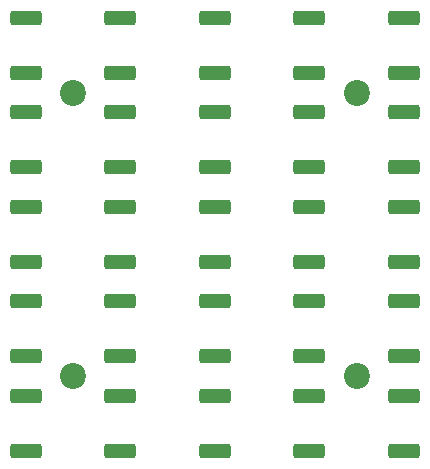
<source format=gbr>
%TF.GenerationSoftware,KiCad,Pcbnew,(6.0.1)*%
%TF.CreationDate,2022-11-17T20:37:07-05:00*%
%TF.ProjectId,ThermixelGrid,54686572-6d69-4786-956c-477269642e6b,rev?*%
%TF.SameCoordinates,Original*%
%TF.FileFunction,Soldermask,Top*%
%TF.FilePolarity,Negative*%
%FSLAX46Y46*%
G04 Gerber Fmt 4.6, Leading zero omitted, Abs format (unit mm)*
G04 Created by KiCad (PCBNEW (6.0.1)) date 2022-11-17 20:37:07*
%MOMM*%
%LPD*%
G01*
G04 APERTURE LIST*
G04 Aperture macros list*
%AMRoundRect*
0 Rectangle with rounded corners*
0 $1 Rounding radius*
0 $2 $3 $4 $5 $6 $7 $8 $9 X,Y pos of 4 corners*
0 Add a 4 corners polygon primitive as box body*
4,1,4,$2,$3,$4,$5,$6,$7,$8,$9,$2,$3,0*
0 Add four circle primitives for the rounded corners*
1,1,$1+$1,$2,$3*
1,1,$1+$1,$4,$5*
1,1,$1+$1,$6,$7*
1,1,$1+$1,$8,$9*
0 Add four rect primitives between the rounded corners*
20,1,$1+$1,$2,$3,$4,$5,0*
20,1,$1+$1,$4,$5,$6,$7,0*
20,1,$1+$1,$6,$7,$8,$9,0*
20,1,$1+$1,$8,$9,$2,$3,0*%
G04 Aperture macros list end*
%ADD10RoundRect,0.250000X-1.075000X0.362500X-1.075000X-0.362500X1.075000X-0.362500X1.075000X0.362500X0*%
%ADD11C,2.200000*%
G04 APERTURE END LIST*
D10*
%TO.C,R1*%
X4000000Y-1687500D03*
X4000000Y-6312500D03*
%TD*%
%TO.C,R2*%
X12000000Y-1687500D03*
X12000000Y-6312500D03*
%TD*%
%TO.C,R3*%
X20000000Y-1687500D03*
X20000000Y-6312500D03*
%TD*%
%TO.C,R4*%
X28000000Y-1687500D03*
X28000000Y-6312500D03*
%TD*%
%TO.C,R5*%
X36000000Y-1687500D03*
X36000000Y-6312500D03*
%TD*%
%TO.C,R6*%
X4000000Y-9687500D03*
X4000000Y-14312500D03*
%TD*%
%TO.C,R7*%
X12000000Y-9687500D03*
X12000000Y-14312500D03*
%TD*%
%TO.C,R8*%
X20000000Y-9687500D03*
X20000000Y-14312500D03*
%TD*%
%TO.C,R9*%
X28000000Y-9687500D03*
X28000000Y-14312500D03*
%TD*%
%TO.C,R10*%
X36000000Y-9687500D03*
X36000000Y-14312500D03*
%TD*%
%TO.C,R11*%
X4000000Y-17687500D03*
X4000000Y-22312500D03*
%TD*%
%TO.C,R12*%
X12000000Y-17687500D03*
X12000000Y-22312500D03*
%TD*%
%TO.C,R13*%
X20000000Y-17687500D03*
X20000000Y-22312500D03*
%TD*%
%TO.C,R14*%
X28000000Y-17687500D03*
X28000000Y-22312500D03*
%TD*%
%TO.C,R15*%
X36000000Y-17687500D03*
X36000000Y-22312500D03*
%TD*%
%TO.C,R16*%
X4000000Y-25687500D03*
X4000000Y-30312500D03*
%TD*%
%TO.C,R17*%
X12000000Y-25687500D03*
X12000000Y-30312500D03*
%TD*%
%TO.C,R18*%
X20000000Y-25687500D03*
X20000000Y-30312500D03*
%TD*%
%TO.C,R19*%
X28000000Y-25687500D03*
X28000000Y-30312500D03*
%TD*%
%TO.C,R20*%
X36000000Y-25687500D03*
X36000000Y-30312500D03*
%TD*%
%TO.C,R21*%
X4000000Y-33687500D03*
X4000000Y-38312500D03*
%TD*%
%TO.C,R22*%
X12000000Y-33687500D03*
X12000000Y-38312500D03*
%TD*%
%TO.C,R23*%
X20000000Y-33687500D03*
X20000000Y-38312500D03*
%TD*%
%TO.C,R24*%
X28000000Y-33687500D03*
X28000000Y-38312500D03*
%TD*%
%TO.C,R25*%
X36000000Y-33687500D03*
X36000000Y-38312500D03*
%TD*%
D11*
%TO.C,H3*%
X8000000Y-32000000D03*
%TD*%
%TO.C,H2*%
X32000000Y-8000000D03*
%TD*%
%TO.C,H1*%
X8000000Y-8000000D03*
%TD*%
%TO.C,H4*%
X32000000Y-32000000D03*
%TD*%
M02*

</source>
